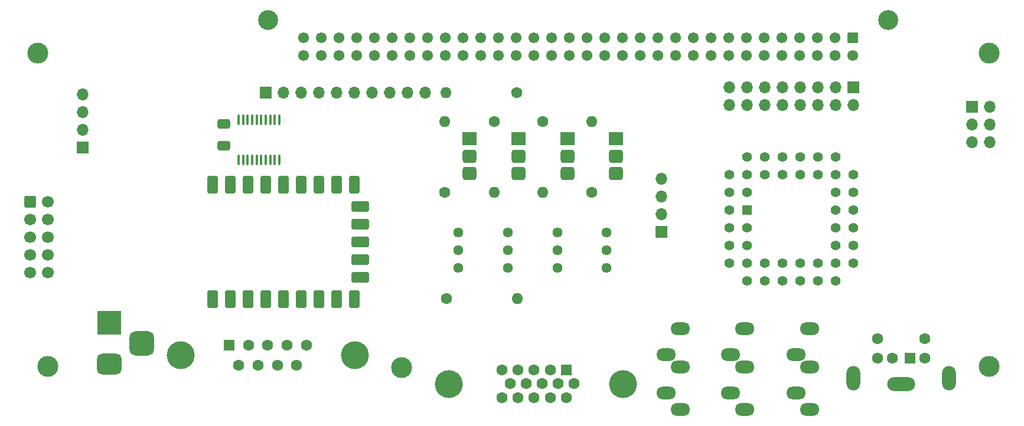
<source format=gbr>
%TF.GenerationSoftware,KiCad,Pcbnew,7.0.10-148-g62bb553460*%
%TF.CreationDate,2024-09-04T12:39:10+03:00*%
%TF.ProjectId,Pentagon128_InterfaceBoard,50656e74-6167-46f6-9e31-32385f496e74,rev?*%
%TF.SameCoordinates,Original*%
%TF.FileFunction,Soldermask,Bot*%
%TF.FilePolarity,Negative*%
%FSLAX46Y46*%
G04 Gerber Fmt 4.6, Leading zero omitted, Abs format (unit mm)*
G04 Created by KiCad (PCBNEW 7.0.10-148-g62bb553460) date 2024-09-04 12:39:10*
%MOMM*%
%LPD*%
G01*
G04 APERTURE LIST*
G04 Aperture macros list*
%AMRoundRect*
0 Rectangle with rounded corners*
0 $1 Rounding radius*
0 $2 $3 $4 $5 $6 $7 $8 $9 X,Y pos of 4 corners*
0 Add a 4 corners polygon primitive as box body*
4,1,4,$2,$3,$4,$5,$6,$7,$8,$9,$2,$3,0*
0 Add four circle primitives for the rounded corners*
1,1,$1+$1,$2,$3*
1,1,$1+$1,$4,$5*
1,1,$1+$1,$6,$7*
1,1,$1+$1,$8,$9*
0 Add four rect primitives between the rounded corners*
20,1,$1+$1,$2,$3,$4,$5,0*
20,1,$1+$1,$4,$5,$6,$7,0*
20,1,$1+$1,$6,$7,$8,$9,0*
20,1,$1+$1,$8,$9,$2,$3,0*%
G04 Aperture macros list end*
%ADD10C,3.000000*%
%ADD11C,1.600000*%
%ADD12O,1.600000X1.600000*%
%ADD13R,1.422400X1.422400*%
%ADD14C,1.422400*%
%ADD15R,2.000000X1.850000*%
%ADD16RoundRect,0.370000X-0.630000X0.555000X-0.630000X-0.555000X0.630000X-0.555000X0.630000X0.555000X0*%
%ADD17RoundRect,0.250000X-0.600000X-0.600000X0.600000X-0.600000X0.600000X0.600000X-0.600000X0.600000X0*%
%ADD18C,1.700000*%
%ADD19R,1.700000X1.700000*%
%ADD20O,1.700000X1.700000*%
%ADD21O,2.800000X1.800000*%
%ADD22C,1.440000*%
%ADD23R,1.600000X1.600000*%
%ADD24O,2.000000X3.500000*%
%ADD25O,4.000000X2.000000*%
%ADD26C,4.000000*%
%ADD27RoundRect,0.400000X0.400000X-0.900000X0.400000X0.900000X-0.400000X0.900000X-0.400000X-0.900000X0*%
%ADD28RoundRect,0.400050X0.400050X-0.899950X0.400050X0.899950X-0.400050X0.899950X-0.400050X-0.899950X0*%
%ADD29RoundRect,0.400000X0.900000X-0.400000X0.900000X0.400000X-0.900000X0.400000X-0.900000X-0.400000X0*%
%ADD30RoundRect,0.393700X0.906300X-0.393700X0.906300X0.393700X-0.906300X0.393700X-0.906300X-0.393700X0*%
%ADD31R,3.500000X3.500000*%
%ADD32RoundRect,0.750000X1.000000X-0.750000X1.000000X0.750000X-1.000000X0.750000X-1.000000X-0.750000X0*%
%ADD33RoundRect,0.875000X0.875000X-0.875000X0.875000X0.875000X-0.875000X0.875000X-0.875000X-0.875000X0*%
%ADD34RoundRect,0.250000X-0.650000X0.412500X-0.650000X-0.412500X0.650000X-0.412500X0.650000X0.412500X0*%
%ADD35C,2.850000*%
%ADD36RoundRect,0.249999X0.525001X0.525001X-0.525001X0.525001X-0.525001X-0.525001X0.525001X-0.525001X0*%
%ADD37C,1.550000*%
%ADD38RoundRect,0.100000X-0.100000X0.637500X-0.100000X-0.637500X0.100000X-0.637500X0.100000X0.637500X0*%
G04 APERTURE END LIST*
D10*
%TO.C,REF\u002A\u002A*%
X62210000Y-110775000D03*
%TD*%
D11*
%TO.C,R2*%
X119320000Y-101000000D03*
D12*
X129480000Y-101000000D03*
%TD*%
D11*
%TO.C,R4*%
X119100000Y-85780000D03*
D12*
X119100000Y-75620000D03*
%TD*%
D13*
%TO.C,U1*%
X162440000Y-88360000D03*
D14*
X159900000Y-90900000D03*
X162440000Y-90900000D03*
X159900000Y-93440000D03*
X162440000Y-93440000D03*
X159900000Y-95980000D03*
X162440000Y-98520000D03*
X162440000Y-95980000D03*
X164980000Y-98520000D03*
X164980000Y-95980000D03*
X167520000Y-98520000D03*
X167520000Y-95980000D03*
X170060000Y-98520000D03*
X170060000Y-95980000D03*
X172600000Y-98520000D03*
X172600000Y-95980000D03*
X175140000Y-98520000D03*
X177680000Y-95980000D03*
X175140000Y-95980000D03*
X177680000Y-93440000D03*
X175140000Y-93440000D03*
X177680000Y-90900000D03*
X175140000Y-90900000D03*
X177680000Y-88360000D03*
X175140000Y-88360000D03*
X177680000Y-85820000D03*
X175140000Y-85820000D03*
X177680000Y-83280000D03*
X175140000Y-80740000D03*
X175140000Y-83280000D03*
X172600000Y-80740000D03*
X172600000Y-83280000D03*
X170060000Y-80740000D03*
X170060000Y-83280000D03*
X167520000Y-80740000D03*
X167520000Y-83280000D03*
X164980000Y-80740000D03*
X164980000Y-83280000D03*
X162440000Y-80740000D03*
X159900000Y-83280000D03*
X162440000Y-83280000D03*
X159900000Y-85820000D03*
X162440000Y-85820000D03*
X159900000Y-88360000D03*
%TD*%
D15*
%TO.C,Q2*%
X143645000Y-78100000D03*
D16*
X143645000Y-80600000D03*
X143645000Y-83100000D03*
%TD*%
D17*
%TO.C,J4*%
X59660000Y-87120000D03*
D18*
X62200000Y-87120000D03*
X59660000Y-89660000D03*
X62200000Y-89660000D03*
X59660000Y-92200000D03*
X62200000Y-92200000D03*
X59660000Y-94740000D03*
X62200000Y-94740000D03*
X59660000Y-97280000D03*
X62200000Y-97280000D03*
%TD*%
D19*
%TO.C,J15*%
X93420000Y-71500000D03*
D20*
X95960000Y-71500000D03*
X98500000Y-71500000D03*
X101040000Y-71500000D03*
X103580000Y-71500000D03*
X106120000Y-71500000D03*
X108660000Y-71500000D03*
X111200000Y-71500000D03*
X113740000Y-71500000D03*
X116280000Y-71500000D03*
%TD*%
D10*
%TO.C,REF\u002A\u002A*%
X112910000Y-110975000D03*
%TD*%
D21*
%TO.C,J11*%
X160060000Y-109066151D03*
X162060000Y-110866151D03*
X162060000Y-116966151D03*
X160060000Y-114566151D03*
X162060000Y-105366151D03*
%TD*%
D10*
%TO.C,REF\u002A\u002A*%
X197110000Y-110775000D03*
%TD*%
D21*
%TO.C,J9*%
X150860000Y-109066151D03*
X152860000Y-110866151D03*
X152860000Y-116966151D03*
X150860000Y-114566151D03*
X152860000Y-105366151D03*
%TD*%
%TO.C,J10*%
X169410000Y-109066151D03*
X171410000Y-110866151D03*
X171410000Y-116966151D03*
X169410000Y-114566151D03*
X171410000Y-105366151D03*
%TD*%
D22*
%TO.C,RV3*%
X135200000Y-96600000D03*
X135200000Y-94060000D03*
X135200000Y-91520000D03*
%TD*%
%TO.C,RV4*%
X128100000Y-96600000D03*
X128100000Y-94060000D03*
X128100000Y-91520000D03*
%TD*%
%TO.C,RV1*%
X121000000Y-96600000D03*
X121000000Y-94060000D03*
X121000000Y-91520000D03*
%TD*%
D23*
%TO.C,J12*%
X185810000Y-109625000D03*
D11*
X183210000Y-109625000D03*
X187910000Y-109625000D03*
X181110000Y-109625000D03*
X187910000Y-106825000D03*
X181110000Y-106825000D03*
D24*
X177660000Y-112475000D03*
D25*
X184510000Y-113275000D03*
D24*
X191360000Y-112475000D03*
%TD*%
D26*
%TO.C,J5*%
X81195000Y-109155000D03*
X106195000Y-109155000D03*
D23*
X88155000Y-107735000D03*
D11*
X90925000Y-107735000D03*
X93695000Y-107735000D03*
X96465000Y-107735000D03*
X99235000Y-107735000D03*
X89540000Y-110575000D03*
X92310000Y-110575000D03*
X95080000Y-110575000D03*
X97850000Y-110575000D03*
%TD*%
D19*
%TO.C,J2*%
X194680000Y-73495000D03*
D20*
X197220000Y-73495000D03*
X194680000Y-76035000D03*
X197220000Y-76035000D03*
X194680000Y-78575000D03*
X197220000Y-78575000D03*
%TD*%
D15*
%TO.C,Q1*%
X122600000Y-78100000D03*
D16*
X122600000Y-80600000D03*
X122600000Y-83100000D03*
%TD*%
D11*
%TO.C,R6*%
X133145000Y-75640000D03*
D12*
X133145000Y-85800000D03*
%TD*%
D15*
%TO.C,Q3*%
X136645000Y-78100000D03*
D16*
X136645000Y-80600000D03*
X136645000Y-83100000D03*
%TD*%
D27*
%TO.C,RZ1*%
X85800000Y-84700000D03*
X88340000Y-84700000D03*
X90880000Y-84700000D03*
X93420000Y-84700000D03*
X95960000Y-84700000D03*
D28*
X98500000Y-84700000D03*
X101040000Y-84700000D03*
X103580000Y-84700000D03*
X106120000Y-84700000D03*
D29*
X106930000Y-87840000D03*
D30*
X106930000Y-90380000D03*
X106930000Y-92920000D03*
X106930000Y-95460000D03*
X106930000Y-98000000D03*
D28*
X106120000Y-101140000D03*
X103580000Y-101140000D03*
X101040000Y-101140000D03*
X98500000Y-101140000D03*
X95960000Y-101140000D03*
X93420000Y-101140000D03*
X90880000Y-101140000D03*
X88340000Y-101140000D03*
X85800000Y-101140000D03*
%TD*%
D19*
%TO.C,J8*%
X150140000Y-91491151D03*
D20*
X150140000Y-88951151D03*
X150140000Y-86411151D03*
X150140000Y-83871151D03*
%TD*%
D10*
%TO.C,REF\u002A\u002A*%
X60700000Y-65800000D03*
%TD*%
D31*
%TO.C,J14*%
X70942500Y-104475000D03*
D32*
X70942500Y-110475000D03*
D33*
X75642500Y-107475000D03*
%TD*%
D26*
%TO.C,J6*%
X119660000Y-113336151D03*
X144660000Y-113336151D03*
D23*
X136475000Y-111286151D03*
D11*
X134185000Y-111286151D03*
X131895000Y-111286151D03*
X129605000Y-111286151D03*
X127315000Y-111286151D03*
X137620000Y-113266151D03*
X135330000Y-113266151D03*
X133040000Y-113266151D03*
X130750000Y-113266151D03*
X128460000Y-113266151D03*
X136475000Y-115246151D03*
X134185000Y-115246151D03*
X131895000Y-115246151D03*
X129605000Y-115246151D03*
X127315000Y-115246151D03*
%TD*%
D19*
%TO.C,J7*%
X67200000Y-79400000D03*
D20*
X67200000Y-76860000D03*
X67200000Y-74320000D03*
X67200000Y-71780000D03*
%TD*%
D10*
%TO.C,REF\u002A\u002A*%
X197100000Y-65800000D03*
%TD*%
D11*
%TO.C,R5*%
X140145000Y-85800000D03*
D12*
X140145000Y-75640000D03*
%TD*%
D11*
%TO.C,R3*%
X129360000Y-71500000D03*
D12*
X119200000Y-71500000D03*
%TD*%
D15*
%TO.C,Q4*%
X129645000Y-78100000D03*
D16*
X129645000Y-80600000D03*
X129645000Y-83100000D03*
%TD*%
D22*
%TO.C,RV2*%
X142300000Y-96640000D03*
X142300000Y-94100000D03*
X142300000Y-91560000D03*
%TD*%
D19*
%TO.C,J3*%
X177650000Y-70710000D03*
D20*
X177650000Y-73250000D03*
X175110000Y-70710000D03*
X175110000Y-73250000D03*
X172570000Y-70710000D03*
X172570000Y-73250000D03*
X170030000Y-70710000D03*
X170030000Y-73250000D03*
X167490000Y-70710000D03*
X167490000Y-73250000D03*
X164950000Y-70710000D03*
X164950000Y-73250000D03*
X162410000Y-70710000D03*
X162410000Y-73250000D03*
X159870000Y-70710000D03*
X159870000Y-73250000D03*
%TD*%
D11*
%TO.C,R7*%
X126145000Y-75640000D03*
D12*
X126145000Y-85800000D03*
%TD*%
D34*
%TO.C,C6*%
X87435000Y-76012500D03*
X87435000Y-79137500D03*
%TD*%
D35*
%TO.C,J1*%
X182680000Y-61051151D03*
X93780000Y-61051151D03*
D36*
X177600000Y-63591151D03*
D37*
X175060000Y-63591151D03*
X172520000Y-63591151D03*
X169980000Y-63591151D03*
X167440000Y-63591151D03*
X164900000Y-63591151D03*
X162360000Y-63591151D03*
X159820000Y-63591151D03*
X157280000Y-63591151D03*
X154740000Y-63591151D03*
X152200000Y-63591151D03*
X149660000Y-63591151D03*
X147120000Y-63591151D03*
X144580000Y-63591151D03*
X142040000Y-63591151D03*
X139500000Y-63591151D03*
X136960000Y-63591151D03*
X134420000Y-63591151D03*
X131880000Y-63591151D03*
X129340000Y-63591151D03*
X126800000Y-63591151D03*
X124260000Y-63591151D03*
X121720000Y-63591151D03*
X119180000Y-63591151D03*
X116640000Y-63591151D03*
X114100000Y-63591151D03*
X111560000Y-63591151D03*
X109020000Y-63591151D03*
X106480000Y-63591151D03*
X103940000Y-63591151D03*
X101400000Y-63591151D03*
X98860000Y-63591151D03*
X177600000Y-66131151D03*
X175060000Y-66131151D03*
X172520000Y-66131151D03*
X169980000Y-66131151D03*
X167440000Y-66131151D03*
X164900000Y-66131151D03*
X162360000Y-66131151D03*
X159820000Y-66131151D03*
X157280000Y-66131151D03*
X154740000Y-66131151D03*
X152200000Y-66131151D03*
X149660000Y-66131151D03*
X147120000Y-66131151D03*
X144580000Y-66131151D03*
X142040000Y-66131151D03*
X139500000Y-66131151D03*
X136960000Y-66131151D03*
X134420000Y-66131151D03*
X131880000Y-66131151D03*
X129340000Y-66131151D03*
X126800000Y-66131151D03*
X124260000Y-66131151D03*
X121720000Y-66131151D03*
X119180000Y-66131151D03*
X116640000Y-66131151D03*
X114100000Y-66131151D03*
X111560000Y-66131151D03*
X109020000Y-66131151D03*
X106480000Y-66131151D03*
X103940000Y-66131151D03*
X101400000Y-66131151D03*
X98860000Y-66131151D03*
%TD*%
D38*
%TO.C,U3*%
X89510000Y-75375000D03*
X90160000Y-75375000D03*
X90810000Y-75375000D03*
X91460000Y-75375000D03*
X92110000Y-75375000D03*
X92760000Y-75375000D03*
X93410000Y-75375000D03*
X94060000Y-75375000D03*
X94710000Y-75375000D03*
X95360000Y-75375000D03*
X95360000Y-81100000D03*
X94710000Y-81100000D03*
X94060000Y-81100000D03*
X93410000Y-81100000D03*
X92760000Y-81100000D03*
X92110000Y-81100000D03*
X91460000Y-81100000D03*
X90810000Y-81100000D03*
X90160000Y-81100000D03*
X89510000Y-81100000D03*
%TD*%
M02*

</source>
